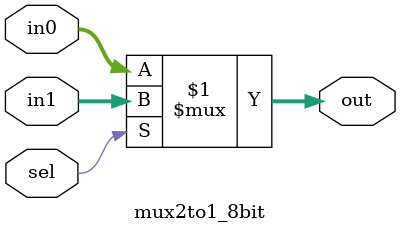
<source format=sv>

module ifelse_mux (
    input wire control,                   // Control signal
    input wire [3:0] path_a, path_b,      // Data paths
    output wire [7:0] selected            // Output data path (8 bits for multiplication result)
);

    // Intermediate signals for multiplication results
    wire [7:0] result_a;
    wire [7:0] result_b;

    // Instantiate Multiplier for path_a * path_b
    mul4x4_unit mul_unit_a (
        .multiplicand(path_a),
        .multiplier(path_b),
        .product(result_a)
    );

    // Instantiate Multiplier for path_b * path_a
    mul4x4_unit mul_unit_b (
        .multiplicand(path_b),
        .multiplier(path_a),
        .product(result_b)
    );

    // Instantiate 2:1 Mux for selecting the result
    mux2to1_8bit mux_unit (
        .sel(control),
        .in0(result_a),
        .in1(result_b),
        .out(selected)
    );

endmodule

// 4x4 Wallace Tree Multiplier Wrapper
// Instantiates partial product generator and Wallace reduction
module mul4x4_unit (
    input  wire [3:0] multiplicand,
    input  wire [3:0] multiplier,
    output wire [7:0] product
);
    wire [3:0] pp0, pp1, pp2, pp3;
    wire [7:0] pp0_ext, pp1_ext, pp2_ext, pp3_ext;
    wire [7:0] sum_s1, carry_c1, sum_s2, carry_c2;

    // Partial Product Generation
    partial_product_gen_4bit pp_gen (
        .multiplicand(multiplicand),
        .multiplier(multiplier),
        .pp0(pp0),
        .pp1(pp1),
        .pp2(pp2),
        .pp3(pp3)
    );

    // Partial Product Alignment
    partial_product_align_4bit pp_align (
        .pp0(pp0),
        .pp1(pp1),
        .pp2(pp2),
        .pp3(pp3),
        .pp0_ext(pp0_ext),
        .pp1_ext(pp1_ext),
        .pp2_ext(pp2_ext),
        .pp3_ext(pp3_ext)
    );

    // Wallace Tree Reduction
    wallace_tree_reduction_4bit wallace_reduce (
        .pp0_ext(pp0_ext),
        .pp1_ext(pp1_ext),
        .pp2_ext(pp2_ext),
        .pp3_ext(pp3_ext),
        .sum_s1(sum_s1),
        .carry_c1(carry_c1),
        .sum_s2(sum_s2),
        .carry_c2(carry_c2)
    );

    // Final Addition
    assign product = sum_s2 + (carry_c2 << 1);

endmodule

// Partial Product Generator for 4x4 Multiplication
// Generates 4 partial products based on multiplier bits
module partial_product_gen_4bit (
    input  wire [3:0] multiplicand,
    input  wire [3:0] multiplier,
    output wire [3:0] pp0,
    output wire [3:0] pp1,
    output wire [3:0] pp2,
    output wire [3:0] pp3
);
    assign pp0 = multiplier[0] ? multiplicand : 4'b0;
    assign pp1 = multiplier[1] ? multiplicand : 4'b0;
    assign pp2 = multiplier[2] ? multiplicand : 4'b0;
    assign pp3 = multiplier[3] ? multiplicand : 4'b0;
endmodule

// Partial Product Alignment for 4x4 Multiplication
// Shifts partial products to align their significance
module partial_product_align_4bit (
    input  wire [3:0] pp0,
    input  wire [3:0] pp1,
    input  wire [3:0] pp2,
    input  wire [3:0] pp3,
    output wire [7:0] pp0_ext,
    output wire [7:0] pp1_ext,
    output wire [7:0] pp2_ext,
    output wire [7:0] pp3_ext
);
    assign pp0_ext = {4'b0, pp0};
    assign pp1_ext = {3'b0, pp1, 1'b0};
    assign pp2_ext = {2'b0, pp2, 2'b0};
    assign pp3_ext = {1'b0, pp3, 3'b0};
endmodule

// Wallace Tree Reduction for 4x4 Multiplier
// Reduces aligned partial products to two rows (sum and carry)
module wallace_tree_reduction_4bit (
    input  wire [7:0] pp0_ext,
    input  wire [7:0] pp1_ext,
    input  wire [7:0] pp2_ext,
    input  wire [7:0] pp3_ext,
    output wire [7:0] sum_s1,
    output wire [7:0] carry_c1,
    output wire [7:0] sum_s2,
    output wire [7:0] carry_c2
);
    // First reduction stage
    assign sum_s1[0] = pp0_ext[0];
    assign carry_c1[0] = 1'b0;
    assign {carry_c1[1], sum_s1[1]} = pp0_ext[1] + pp1_ext[1];
    assign {carry_c1[2], sum_s1[2]} = pp0_ext[2] + pp1_ext[2] + pp2_ext[2];
    assign {carry_c1[3], sum_s1[3]} = pp0_ext[3] + pp1_ext[3] + pp2_ext[3];
    assign {carry_c1[4], sum_s1[4]} = pp0_ext[4] + pp1_ext[4] + pp2_ext[4];
    assign {carry_c1[5], sum_s1[5]} = pp0_ext[5] + pp1_ext[5] + pp2_ext[5];
    assign {carry_c1[6], sum_s1[6]} = pp0_ext[6] + pp1_ext[6] + pp2_ext[6];
    assign {carry_c1[7], sum_s1[7]} = pp0_ext[7] + pp1_ext[7] + pp2_ext[7];

    // Second reduction stage
    assign {carry_c2[0], sum_s2[0]} = {1'b0, sum_s1[0]} + {1'b0, pp3_ext[0]} + {1'b0, 1'b0};
    assign {carry_c2[1], sum_s2[1]} = sum_s1[1] + pp3_ext[1] + carry_c1[1];
    assign {carry_c2[2], sum_s2[2]} = sum_s1[2] + pp3_ext[2] + carry_c1[2];
    assign {carry_c2[3], sum_s2[3]} = sum_s1[3] + pp3_ext[3] + carry_c1[3];
    assign {carry_c2[4], sum_s2[4]} = sum_s1[4] + pp3_ext[4] + carry_c1[4];
    assign {carry_c2[5], sum_s2[5]} = sum_s1[5] + pp3_ext[5] + carry_c1[5];
    assign {carry_c2[6], sum_s2[6]} = sum_s1[6] + pp3_ext[6] + carry_c1[6];
    assign {carry_c2[7], sum_s2[7]} = sum_s1[7] + pp3_ext[7] + carry_c1[7];
endmodule

// 2:1 Multiplexer for 8-bit data
module mux2to1_8bit (
    input  wire sel,
    input  wire [7:0] in0,
    input  wire [7:0] in1,
    output wire [7:0] out
);
    assign out = sel ? in1 : in0;
endmodule
</source>
